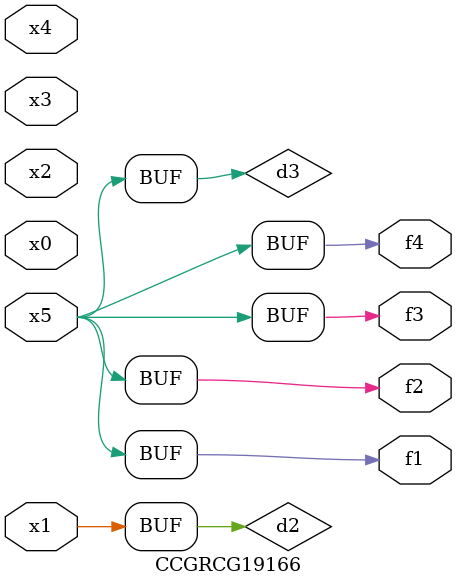
<source format=v>
module CCGRCG19166(
	input x0, x1, x2, x3, x4, x5,
	output f1, f2, f3, f4
);

	wire d1, d2, d3;

	not (d1, x5);
	or (d2, x1);
	xnor (d3, d1);
	assign f1 = d3;
	assign f2 = d3;
	assign f3 = d3;
	assign f4 = d3;
endmodule

</source>
